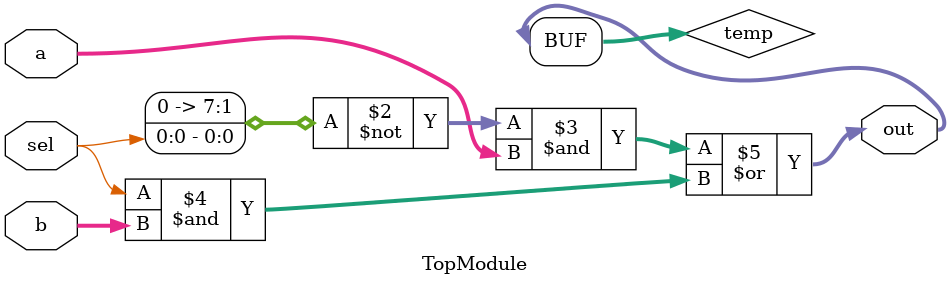
<source format=sv>

module TopModule (
  input sel,
  input [7:0] a,
  input [7:0] b,
  output reg [7:0] out
);

reg [7:0] temp;

assign temp = (~sel & a) | (sel & b);
assign out = temp;

endmodule

// VERILOG-EVAL: errant inclusion of module definition

</source>
